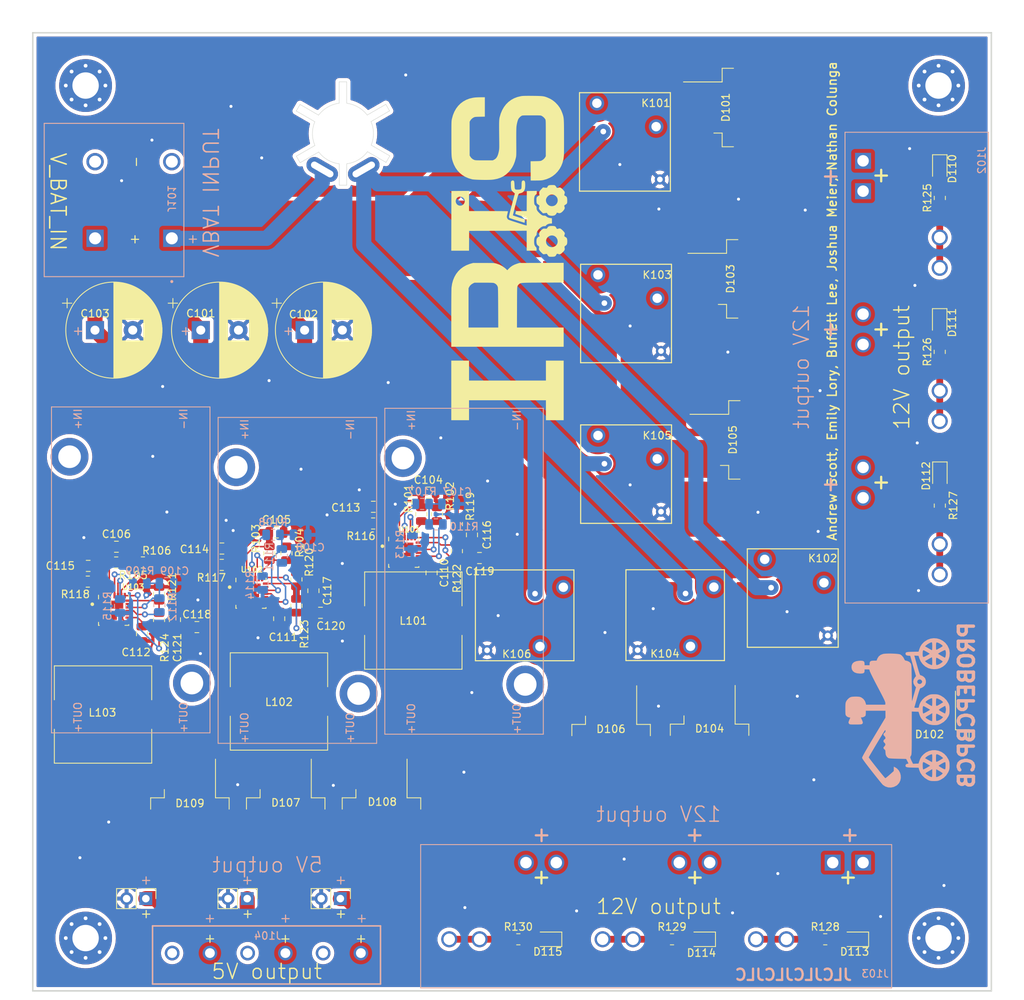
<source format=kicad_pcb>
(kicad_pcb (version 20211014) (generator pcbnew)
  (layers (0 "F.Cu" signal) (31 "B.Cu" signal) (34 "B.Paste" user) (35 "F.Paste" user) (36 "B.SilkS" user "B.Silkscreen") (37 "F.SilkS" user "F.Silkscreen") (38 "B.Mask" user) (39 "F.Mask" user) (44 "Edge.Cuts" user))
  (net 0 "")
  (net 1 "/V_BAT_IN")
  (net 2 "Net-(C107-Pad1)")
  (net 3 "GND")
  (net 4 "Net-(C108-Pad1)")
  (net 5 "Net-(C109-Pad1)")
  (net 6 "Net-(C110-Pad1)")
  (net 7 "Net-(C111-Pad1)")
  (net 8 "Net-(C112-Pad1)")
  (net 9 "Net-(C113-Pad1)")
  (net 10 "Net-(C113-Pad2)")
  (net 11 "Net-(C114-Pad1)")
  (net 12 "Net-(C114-Pad2)")
  (net 13 "/GL")
  (net 14 "Net-(C115-Pad1)")
  (net 15 "Net-(C115-Pad2)")
  (net 16 "Net-(C116-Pad1)")
  (net 17 "Net-(C117-Pad1)")
  (net 18 "Net-(C118-Pad1)")
  (net 19 "Net-(D103-Pad1)")
  (net 20 "Net-(D104-Pad1)")
  (net 21 "Net-(D101-Pad1)")
  (net 22 "Net-(L101-Pad1)")
  (net 23 "Net-(L102-Pad1)")
  (net 24 "Net-(L103-Pad1)")
  (net 25 "Net-(R101-Pad2)")
  (net 26 "Net-(R103-Pad2)")
  (net 27 "Net-(R105-Pad2)")
  (net 28 "Net-(R107-Pad2)")
  (net 29 "Net-(R108-Pad2)")
  (net 30 "Net-(R109-Pad2)")
  (net 31 "Net-(R110-Pad2)")
  (net 32 "/12V_IN_1")
  (net 33 "/12V_GND_1")
  (net 34 "Net-(R111-Pad2)")
  (net 35 "/12V_IN_2")
  (net 36 "Net-(R112-Pad2)")
  (net 37 "/12V_GND_2")
  (net 38 "Net-(R113-Pad2)")
  (net 39 "/12V_IN_3")
  (net 40 "Net-(R114-Pad2)")
  (net 41 "/12V_GND_3")
  (net 42 "Net-(R115-Pad2)")
  (net 43 "/12V_IN_4")
  (net 44 "/5V_OUT_1")
  (net 45 "/5V_GND_1")
  (net 46 "/5V_OUT_2")
  (net 47 "/5V_GND_2")
  (net 48 "/5V_OUT_3")
  (net 49 "/5V_GND_3")
  (net 50 "/12V_GND_4")
  (net 51 "/12V_IN_5")
  (net 52 "/12V_GND_5")
  (net 53 "/12V_IN_6")
  (net 54 "/12V_GND_6")
  (net 55 "Net-(R120-Pad1)")
  (net 56 "Net-(R121-Pad1)")
  (net 57 "/V_BAT_GND")
  (net 58 "/E-stop")
  (net 59 "Net-(D102-Pad1)")
  (net 60 "Net-(D105-Pad1)")
  (net 61 "Net-(D106-Pad1)")
  (net 62 "Net-(D110-Pad2)")
  (net 63 "Net-(D111-Pad2)")
  (net 64 "Net-(D112-Pad2)")
  (net 65 "Net-(D113-Pad2)")
  (net 66 "Net-(D114-Pad2)")
  (net 67 "Net-(D115-Pad2)")
  (net 68 "Net-(R116-Pad1)")
  (net 69 "Net-(R117-Pad1)")
  (net 70 "Net-(R118-Pad1)")
  (net 71 "Net-(R119-Pad1)")
  (footprint "Resistor_SMD:R_0805_2012Metric" (layer "F.Cu") (at 27.295 92.75 180)
    (fp_text reference "R118")
    (fp_text value "3.3")
  )
  (footprint "Connector_PinHeader_2.54mm:PinHeader_1x02_P2.54mm_Vertical" (layer "F.Cu") (at 34.98 134.77 -90)
    (fp_text reference "J110" hide)
    (fp_text value "Screw_Terminal_01x02")
  )
  (footprint "LED_SMD:LED_0805_2012Metric_Pad1.15x1.40mm_HandSolder" (layer "F.Cu") (at 140.15 58.43 -90)
    (fp_text reference "D111")
    (fp_text value "LED")
  )
  (footprint "Resistor_SMD:R_0805_2012Metric" (layer "F.Cu") (at 73.5475 83.8175 90)
    (fp_text reference "R102")
    (fp_text value "309k")
  )
  (footprint "Resistor_SMD:R_0805_2012Metric_Pad1.20x1.40mm_HandSolder" (layer "F.Cu") (at 140.17 82.68 90)
    (fp_text reference "R127")
    (fp_text value "100k")
  )
  (footprint "Package_TO_SOT_SMD:TO-263-2" (layer "F.Cu") (at 114.87 52.625)
    (fp_text reference "D103")
    (fp_text value "DIODE")
  )
  (footprint "Package_TO_SOT_SMD:TO-263-2" (layer "F.Cu") (at 66.2 124.36 -90)
    (fp_text reference "D108")
    (fp_text value "DIODE")
  )
  (footprint "Resistor_SMD:R_0805_2012Metric" (layer "F.Cu") (at 45.04 90.5375 180)
    (fp_text reference "R117")
    (fp_text value "3.3")
  )
  (footprint "power_board_support:E-Stop" (layer "F.Cu") (at 61.1 33.36)
    (fp_text reference "SW101" hide)
    (fp_text value "SW_Push_Open")
    (fp_line (start -5.690326 -3.855) (end -6.190326 -2.988974) (layer "Edge.Cuts") (width 0.06))
    (fp_line (start -0.5 4.01) (end -0.5 4.47) (layer "Edge.Cuts") (width 0.06))
    (fp_line (start -6.179512 3.003974) (end -4.118372 1.813974) (layer "Edge.Cuts") (width 0.06))
    (fp_line (start 6.20114 2.96) (end 4.14 1.77) (layer "Edge.Cuts") (width 0.06))
    (fp_line (start 3.61 -2.68) (end 3.211628 -2.45) (layer "Edge.Cuts") (width 0.06))
    (fp_line (start -0.51 -4.47) (end -0.51 -4.01) (layer "Edge.Cuts") (width 0.06))
    (fp_line (start -6.179512 3.003974) (end -5.679512 3.87) (layer "Edge.Cuts") (width 0.06))
    (fp_line (start 0.49 -6.85) (end 0.49 -4.47) (layer "Edge.Cuts") (width 0.06))
    (fp_line (start 6.17114 -3.003974) (end 4.11 -1.813974) (layer "Edge.Cuts") (width 0.06))
    (fp_line (start 0.5 6.85) (end 0.5 4.47) (layer "Edge.Cuts") (width 0.06))
    (fp_line (start 6.17114 -3.003974) (end 5.67114 -3.87) (layer "Edge.Cuts") (width 0.06))
    (fp_line (start -5.679512 3.87) (end -3.618372 2.68) (layer "Edge.Cuts") (width 0.06))
    (fp_line (start 5.67114 -3.87) (end 3.61 -2.68) (layer "Edge.Cuts") (width 0.06))
    (fp_line (start -4.129186 -1.798974) (end -3.730814 -1.568974) (layer "Edge.Cuts") (width 0.06))
    (fp_line (start 0.5 4.47) (end 0.5 4.01) (layer "Edge.Cuts") (width 0.06))
    (fp_line (start 0.49 -6.85) (end -0.51 -6.85) (layer "Edge.Cuts") (width 0.06))
    (fp_line (start 3.711628 -1.583974) (end 4.11 -1.813974) (layer "Edge.Cuts") (width 0.06))
    (fp_line (start 0.49 -4.01) (end 0.49 -4.47) (layer "Edge.Cuts") (width 0.06))
    (fp_line (start 5.70114 3.826026) (end 3.64 2.636026) (layer "Edge.Cuts") (width 0.06))
    (fp_line (start 3.241628 2.406026) (end 3.64 2.636026) (layer "Edge.Cuts") (width 0.06))
    (fp_line (start 4.14 1.77) (end 3.741628 1.54) (layer "Edge.Cuts") (width 0.06))
    (fp_line (start -3.618372 2.68) (end -3.22 2.45) (layer "Edge.Cuts") (width 0.06))
    (fp_line (start -3.72 1.583974) (end -4.118372 1.813974) (layer "Edge.Cuts") (width 0.06))
    (fp_line (start -0.5 6.85) (end 0.5 6.85) (layer "Edge.Cuts") (width 0.06))
    (fp_line (start -0.5 6.85) (end -0.5 4.47) (layer "Edge.Cuts") (width 0.06))
    (fp_line (start 5.70114 3.826026) (end 6.20114 2.96) (layer "Edge.Cuts") (width 0.06))
    (fp_line (start -3.230814 -2.435) (end -3.629186 -2.665) (layer "Edge.Cuts") (width 0.06))
    (fp_line (start -5.690326 -3.855) (end -3.629186 -2.665) (layer "Edge.Cuts") (width 0.06))
    (fp_line (start -6.190326 -2.988974) (end -4.129186 -1.798974) (layer "Edge.Cuts") (width 0.06))
    (fp_line (start -0.51 -6.85) (end -0.51 -4.47) (layer "Edge.Cuts") (width 0.06))
    (fp_arc (start 0.49 -4.01) (mid 2.006667 -3.503425) (end 3.205756 -2.445557) (layer "Edge.Cuts") (width 0.06))
    (fp_arc (start 3.241628 2.406026) (mid 2.034406 3.486803) (end 0.499495 4.005948) (layer "Edge.Cuts") (width 0.06))
    (fp_arc (start 3.711628 -1.583974) (mid 4.035529 -0.026043) (end 3.731762 1.535939) (layer "Edge.Cuts") (width 0.06))
    (fp_arc (start -3.719999 1.583974) (mid -4.04337 0.00901) (end -3.727022 -1.567379) (layer "Edge.Cuts") (width 0.06))
    (fp_arc (start -3.230814 -2.435) (mid -2.030101 -3.499048) (end -0.510424 -4.013334) (layer "Edge.Cuts") (width 0.06))
    (fp_arc (start -0.5 4.009999) (mid -2.015575 3.502291) (end -3.215984 2.446945) (layer "Edge.Cuts") (width 0.06))
  )
  (footprint "Capacitor_SMD:C_0805_2012Metric" (layer "F.Cu") (at 57.18 93.96 90)
    (fp_text reference "C117")
    (fp_text value "100nF")
  )
  (footprint "power_board_support:A10 Relay" (layer "F.Cu") (at 110.235 101.33 180)
    (fp_text reference "K104")
    (fp_text value "Relay")
  )
  (footprint "Capacitor_SMD:C_0805_2012Metric" (layer "F.Cu") (at 79.1825 89.6275)
    (fp_text reference "C119")
    (fp_text value "47uF")
  )
  (footprint "Package_TO_SOT_SMD:TO-263-2" (layer "F.Cu") (at 96.62 114.63 -90)
    (fp_text reference "D106")
    (fp_text value "DIODE")
  )
  (footprint "Resistor_SMD:R_0805_2012Metric" (layer "F.Cu") (at 65.0975 85.0475 180)
    (fp_text reference "R116")
    (fp_text value "3.3")
  )
  (footprint "Capacitor_SMD:C_0805_2012Metric" (layer "F.Cu") (at 34.475 99.67 -90)
    (fp_text reference "C112")
    (fp_text value "4.7uF")
  )
  (footprint "Capacitor_SMD:C_0805_2012Metric" (layer "F.Cu") (at 45.06 88.3675 180)
    (fp_text reference "C114")
    (fp_text value "100nF")
  )
  (footprint "LED_SMD:LED_0805_2012Metric_Pad1.15x1.40mm_HandSolder" (layer "F.Cu") (at 88.2275 140.16 180)
    (fp_text reference "D115")
    (fp_text value "LED")
  )
  (footprint "Resistor_SMD:R_0805_2012Metric_Pad1.20x1.40mm_HandSolder" (layer "F.Cu") (at 104.69 140.16)
    (fp_text reference "R129")
    (fp_text value "100k")
  )
  (footprint "Capacitor_THT:CP_Radial_D12.5mm_P5.00mm" (layer "F.Cu") (at 56.016041 59.42)
    (fp_text reference "C102")
    (fp_text value "330uF")
  )
  (footprint "Capacitor_SMD:C_0805_2012Metric" (layer "F.Cu") (at 58.12 96.88625)
    (fp_text reference "C120")
    (fp_text value "47uF")
  )
  (footprint "SIC_431_supporting:REGULATOR_SIC431AED-T1-GE3" (layer "F.Cu") (at 30.715 96.55)
    (fp_text reference "U103")
    (fp_text value "SIC431AED-T1-GE3")
  )
  (footprint "Package_TO_SOT_SMD:TO-263-2" (layer "F.Cu") (at 53.51 124.36 -90)
    (fp_text reference "D107")
    (fp_text value "DIODE")
  )
  (footprint "MountingHole:MountingHole_3.5mm_Pad_Via" (layer "F.Cu") (at 27 27 90)
    (fp_text reference "REF**" hide)
    (fp_text value "MountingHole_3.5mm_Pad_Via")
  )
  (footprint "LED_SMD:LED_0805_2012Metric_Pad1.15x1.40mm_HandSolder" (layer "F.Cu") (at 140.17 38.03 -90)
    (fp_text reference "D110")
    (fp_text value "LED")
  )
  (footprint "Resistor_SMD:R_0805_2012Metric_Pad1.20x1.40mm_HandSolder" (layer "F.Cu") (at 140.16 62.3 90)
    (fp_text reference "R126")
    (fp_text value "100k")
  )
  (footprint "power_board_support:A10 Relay" (layer "F.Cu") (at 90.295 101.35 180)
    (fp_text reference "K106")
    (fp_text value "Relay")
  )
  (footprint "MountingHole:MountingHole_3.5mm_Pad_Via" (layer "F.Cu") (at 27 140)
    (fp_text reference "REF**" hide)
    (fp_text value "MountingHole_3.5mm_Pad_Via")
  )
  (footprint "SIC_431_supporting:REGULATOR_SIC431AED-T1-GE3" (layer "F.Cu") (at 69.15 88.8575)
    (fp_text reference "U101")
    (fp_text value "SIC431AED-T1-GE3")
  )
  (footprint "Resistor_SMD:R_0805_2012Metric" (layer "F.Cu") (at 36.735 97.83 -90)
    (fp_text reference "R124")
    (fp_text value "73.2k")
  )
  (footprint "Capacitor_SMD:C_0805_2012Metric" (layer "F.Cu") (at 41.745 98.78)
    (fp_text reference "C118")
    (fp_text value "100nF")
  )
  (footprint "Resistor_SMD:R_0805_2012Metric" (layer "F.Cu") (at 34.595 90.21)
    (fp_text reference "R106")
    (fp_text value "309k")
  )
  (footprint "MountingHole:MountingHole_3.5mm_Pad_Via" (layer "F.Cu") (at 140 27)
    (fp_text reference "REF**" hide)
    (fp_text value "MountingHole_3.5mm_Pad_Via")
  )
  (footprint "Resistor_SMD:R_0805_2012Metric" (layer "F.Cu") (at 31.055 90.22)
    (fp_text reference "R105")
    (fp_text value "562k")
  )
  (footprint "Capacitor_SMD:C_0805_2012Metric" (layer "F.Cu") (at 31.085 88.13)
    (fp_text reference "C106")
    (fp_text value "100nF")
  )
  (footprint "Capacitor_SMD:C_0805_2012Metric" (layer "F.Cu") (at 65.1175 82.8375 180)
    (fp_text reference "C113")
    (fp_text value "100nF")
  )
  (footprint "Package_TO_SOT_SMD:TO-263-2" (layer "F.Cu") (at 114.285 29.91)
    (fp_text reference "D101")
    (fp_text value "DIODE")
  )
  (footprint "Resistor_SMD:R_0805_2012Metric_Pad1.20x1.40mm_HandSolder" (layer "F.Cu") (at 84.33 140.16)
    (fp_text reference "R130")
    (fp_text value "100k")
  )
  (footprint "LED_SMD:LED_0805_2012Metric_Pad1.15x1.40mm_HandSolder" (layer "F.Cu") (at 108.5875 140.16 180)
    (fp_text reference "D114")
    (fp_text value "LED")
  )
  (footprint "Resistor_SMD:R_0805_2012Metric" (layer "F.Cu") (at 36.735 94.37 90)
    (fp_text reference "R121")
    (fp_text value "10k")
  )
  (footprint "Capacitor_SMD:C_0805_2012Metric" (layer "F.Cu") (at 52.29 86.2275)
    (fp_text reference "C105")
    (fp_text value "100nF")
  )
  (footprint "Capacitor_THT:CP_Radial_D12.5mm_P5.00mm" (layer "F.Cu") (at 28.246041 59.42)
    (fp_text reference "C103")
    (fp_text value "330uF")
  )
  (footprint "Resistor_SMD:R_0805_2012Metric_Pad1.20x1.40mm_HandSolder" (layer "F.Cu") (at 140.17 41.9 90)
    (fp_text reference "R125")
    (fp_text value "100k")
  )
  (footprint "Resistor_SMD:R_0805_2012Metric" (layer "F.Cu") (at 76.1875 88.71 -90)
    (fp_text reference "R122")
    (fp_text value "73.2k")
  )
  (footprint "Capacitor_SMD:C_0805_2012Metric" (layer "F.Cu") (at 78.1875 86.5575 90)
    (fp_text reference "C116")
    (fp_text value "100nF")
  )
  (footprint "LED_SMD:LED_0805_2012Metric_Pad1.15x1.40mm_HandSolder" (layer "F.Cu") (at 128.88 140.16 180)
    (fp_text reference "D113")
    (fp_text value "LED")
  )
  (footprint "Inductor_SMD:L_Vishay_IHLP-5050" (layer "F.Cu") (at 70.42 97.92)
    (fp_text reference "L101")
    (fp_text value "1.5uH")
  )
  (footprint "Package_TO_SOT_SMD:TO-263-2" (layer "F.Cu") (at 109.665 114.59 -90)
    (fp_text reference "D104")
    (fp_text value "DIODE")
  )
  (footprint "power_board_support:A10 Relay" (layer "F.Cu") (at 102.73 52.09 -90)
    (fp_text reference "K103")
    (fp_text value "Relay")
  )
  (footprint "Capacitor_SMD:C_0805_2012Metric" (layer "F.Cu") (at 72.8375 91.5975 -90)
    (fp_text reference "C110")
    (fp_text value "4.7uF")
  )
  (footprint "Inductor_SMD:L_Vishay_IHLP-5050" (layer "F.Cu") (at 52.62 108.64)
    (fp_text reference "L102")
    (fp_text value "1.5uH")
  )
  (footprint "power_board_support:A10 Relay" (layer "F.Cu") (at 102.585 29.345 -90)
    (fp_text reference "K101")
    (fp_text value "Relay")
  )
  (footprint "Connector_PinHeader_2.54mm:PinHeader_1x02_P2.54mm_Vertical" (layer "F.Cu") (at 48.41 134.77 -90)
    (fp_text reference "J109" hide)
    (fp_text value "Screw_Terminal_01x02")
  )
  (footprint "SIC_431_supporting:REGULATOR_SIC431AED-T1-GE3" (layer "F.Cu") (at 48.91 94.2875)
    (fp_text reference "U102")
    (fp_text value "SIC431AED-T1-GE3")
  )
  (footprint "Capacitor_SMD:C_0805_2012Metric" (layer "F.Cu") (at 38.835 97.8 90)
    (fp_text reference "C121")
    (fp_text value "47uF")
  )
  (footprint "Capacitor_SMD:C_0805_2012Metric" (layer "F.Cu") (at 27.345 90.67 180)
    (fp_text reference "C115")
    (fp_text value "100nF")
  )
  (footprint "Package_TO_SOT_SMD:TO-263-2" (layer "F.Cu") (at 40.82 124.36 -90)
    (fp_text reference "D109")
    (fp_text value "DIODE")
  )
  (footprint "Package_TO_SOT_SMD:TO-263-2" (layer "F.Cu") (at 115.15 73.965)
    (fp_text reference "D105")
    (fp_text value "DIODE")
  )
  (footprint "power_board_support:A10 Relay" (layer "F.Cu") (at 102.735 73.38 -90)
    (fp_text reference "K105")
    (fp_text value "Relay")
  )
  (footprint "Resistor_SMD:R_0805_2012Metric" (layer "F.Cu") (at 71.4775 83.8175 -90)
    (fp_text reference "R101")
    (fp_text value "562k")
  )
  (footprint "Capacitor_THT:CP_Radial_D12.5mm_P5.00mm" (layer "F.Cu") (at 42.256041 59.42)
    (fp_text reference "C101")
    (fp_text value "330uF")
  )
  (footprint "power_board_support:A10 Relay" (layer "F.Cu") (at 124.82 89.805 -90)
    (fp_text reference "K102")
    (fp_text value "Relay")
  )
  (footprint "Package_TO_SOT_SMD:TO-263-2" (layer "F.Cu") (at 138.85 115.345 -90)
    (fp_text reference "D102")
    (fp_text value "DIODE")
  )
  (footprint "Resistor_SMD:R_0805_2012Metric" (layer "F.Cu") (at 51.34 88.9975 -90)
    (fp_text reference "R103")
    (fp_text value "562k")
  )
  (footprint "Capacitor_SMD:C_0805_2012Metric" (layer "F.Cu") (at 52.65 97.6675 -90)
    (fp_text reference "C111")
    (fp_text value "4.7uF")
  )
  (footprint "Custom_Silkscreen_and_memes:IRIS_logo" (layer "F.Cu") (at 83.117483 49.019431 90)
    (fp_text reference "G***" hide)
    (fp_text value "LOGO" hide)
  )
  (footprint "Resistor_SMD:R_0805_2012Metric" (layer "F.Cu") (at 54.93 92.46 90)
    (fp_text reference "R120")
    (fp_text value "10k")
  )
  (footprint "Resistor_SMD:R_0805_2012Metric" (layer "F.Cu") (at 53.61 88.9975 90)
    (fp_text reference "R104")
    (fp_text value "309k")
  )
  (footprint "Inductor_SMD:L_Vishay_IHLP-5050" (layer "F.Cu") (at 29.31 110.37)
    (fp_text reference "L103")
    (fp_text value "1.5uH")
  )
  (footprint "MountingHole:MountingHole_3.5mm_Pad_Via" (layer "F.Cu") (at 140 140)
    (fp_text reference "REF**" hide)
    (fp_text value "MountingHole_3.5mm_Pad_Via")
  )
  (footprint "Resistor_SMD:R_0805_2012Metric" (layer "F.Cu") (at 76.1875 85.13 90)
    (fp_text reference "R119")
    (fp_text value "10k")
  )
  (footprint "Capacitor_SMD:C_0805_2012Metric" (layer "F.Cu") (at 72.4175 80.9575)
    (fp_text reference "C104")
    (fp_text value "100nF")
  )
  (footprint "Resistor_SMD:R_0805_2012Metric" (layer "F.Cu") (at 54.93 95.95 -90)
    (fp_text reference "R123")
    (fp_text value "73.2k")
  )
  (footprint "LED_SMD:LED_0805_2012Metric_Pad1.15x1.40mm_HandSolder" (layer "F.Cu") (at 140.18 78.75 -90)
    (fp_text reference "D112")
    (fp_text value "LED")
  )
  (footprint "Connector_PinHeader_2.54mm:PinHeader_1x02_P2.54mm_Vertical" (layer "F.Cu") (at 60.75 134.77 -90)
    (fp_text reference "J108" hide)
    (fp_text value "Screw_Terminal_01x02")
  )
  (footprint "Resistor_SMD:R_0805_2012Metric_Pad1.20x1.40mm_HandSolder" (layer "F.Cu") (at 124.99 140.16)
    (fp_text reference "R128")
    (fp_text value "100k")
  )
  (footprint "power_board_support:691137710006" (layer "B.Cu") (at 50.97 141.99 180)
    (fp_text reference "J104")
    (fp_text value "Screw_Terminal_01x06")
  )
  (footprint "power_board_support:12V terminal block" (layer "B.Cu") (at 130 130 180)
    (fp_text reference "J103")
    (fp_text value "Screw_Terminal_01x06")
  )
  (footprint "power_board_support:TE_1986660-2" (layer "B.Cu") (at 38.42 47.25 90)
    (fp_text reference "J101")
    (fp_text value "Screw_Terminal_01x02")
  )
  (footprint "Resistor_SMD:R_0805_2012Metric" (layer "B.Cu") (at 31.565 95.98 90)
    (fp_text reference "R115")
    (fp_text value "499k")
  )
  (footprint "Capacitor_SMD:C_0805_2012Metric" (layer "B.Cu") (at 75.1575 82.4575)
    (fp_text reference "C107")
    (fp_text value "1uF")
  )
  (footprint "Resistor_SMD:R_0805_2012Metric" (layer "B.Cu") (at 70.3075 87.5175 90)
    (fp_text reference "R113")
    (fp_text value "499k")
  )
  (footprint "Resistor_SMD:R_0805_2012Metric" (layer "B.Cu") (at 34.195 92.97 180)
    (fp_text reference "R109")
    (fp_text value "50k")
  )
  (footprint "Resistor_SMD:R_0805_2012Metric" (layer "B.Cu") (at 50.45 92.9275 90)
    (fp_text reference "R114")
    (fp_text value "499k")
  )
  (footprint "power_board_support:12V terminal block" (layer "B.Cu") (at 130 36.98 -90)
    (fp_text reference "J102")
    (fp_text value "Screw_Terminal_01x06")
  )
  (footprint "Resistor_SMD:R_0805_2012Metric" (layer "B.Cu") (at 73.4175 85.1675)
    (fp_text reference "R110")
    (fp_text value "100k")
  )
  (footprint "power_board_support:LM2596-2" (layer "B.Cu") (at 55.06 92.59 -90)
    (fp_text reference "J107" hide)
    (fp_text value "Conn_02x02_Top_Bottom")
  )
  (footprint "Resistor_SMD:R_0805_2012Metric" (layer "B.Cu") (at 51.8375 86.5475 180)
    (fp_text reference "R108")
    (fp_text value "50k")
  )
  (footprint "power_board_support:LM2596-2" (layer "B.Cu") (at 32.98 91.2 -90)
    (fp_text reference "J105" hide)
    (fp_text value "Conn_02x02_Top_Bottom")
  )
  (footprint "Capacitor_SMD:C_0805_2012Metric" (layer "B.Cu") (at 55.4875 86.5475)
    (fp_text reference "C108")
    (fp_text value "1uF")
  )
  (footprint "Custom_Silkscreen_and_memes:IRIS_OLD_logo" (layer "B.Cu") (at 134.571979 110.254658 -90)
    (fp_text reference "G***")
    (fp_text value "LOGO" hide)
  )
  (footprint "Resistor_SMD:R_0805_2012Metric" (layer "B.Cu") (at 36.775 95.86 -90)
    (fp_text reference "R112")
    (fp_text value "100k")
  )
  (footprint "Resistor_SMD:R_0805_2012Metric" (layer "B.Cu") (at 52.9975 89.3475 -90)
    (fp_text reference "R111")
    (fp_text value "100k")
  )
  (footprint "Resistor_SMD:R_0805_2012Metric" (layer "B.Cu") (at 71.5875 82.4575 180)
    (fp_text reference "R107")
    (fp_text value "50k")
  )
  (footprint "power_board_support:LM2596-2" (layer "B.Cu") (at 77.14 91.38 -90)
    (fp_text reference "J106" hide)
    (fp_text value "Conn_02x02_Top_Bottom")
  )
  (footprint "Capacitor_SMD:C_0805_2012Metric" (layer "B.Cu") (at 37.725 92.97)
    (fp_text reference "C109")
    (fp_text value "1uF")
  )
  (gr_line (start 147 20) (end 147 147) (layer "Edge.Cuts") (width 0.2))
  (gr_line (start 147 147) (end 20 147) (layer "Edge.Cuts") (width 0.2))
  (gr_line (start 20 20) (end 147 20) (layer "Edge.Cuts") (width 0.2))
  (gr_line (start 20 20) (end 20 147) (layer "Edge.Cuts") (width 0.2))
  (gr_text "+" (at 125.72 79.75) (layer "B.SilkS") (effects (font (size 2 2) (thickness 0.3)) (justify mirror)))
  (gr_text "+" (at 48.43 132.27) (layer "B.SilkS") (effects (font (size 1.25 1.25)) (justify mirror)))
  (gr_text "+" (at 53.49 137.33) (layer "B.SilkS") (effects (font (size 1.25 1.25)) (justify mirror)))
  (gr_text "+" (at 125.72 38.91) (layer "B.SilkS") (effects (font (size 2 2) (thickness 0.3)) (justify mirror)))
  (gr_text "VBAT INPUT" (at 43.5 41.21 -90) (layer "B.SilkS") (effects (font (size 2 2) (thickness 0.2)) (justify mirror)))
  (gr_text "12V output" (at 102.93 123.59) (layer "B.SilkS") (effects (font (size 2 2) (thickness 0.18)) (justify mirror)))
  (gr_text "5V output" (at 51.1 130.3) (layer "B.SilkS") (effects (font (size 2 2) (thickness 0.18)) (justify mirror)))
  (gr_text "+" (at 60.81 132.27) (layer "B.SilkS") (effects (font (size 1.25 1.25)) (justify mirror)))
  (gr_text "+" (at 63.58 137.33) (layer "B.SilkS") (effects (font (size 1.25 1.25)) (justify mirror)))
  (gr_text "+" (at 53.88 59.47) (layer "B.SilkS") (effects (font (size 1.25 1.25)) (justify mirror)))
  (gr_text "+" (at 41.21 47.27) (layer "B.SilkS") (effects (font (size 1.25 1.25)) (justify mirror)))
  (gr_text "+" (at 26.01 59.47) (layer "B.SilkS") (effects (font (size 1.25 1.25)) (justify mirror)))
  (gr_text "+" (at 128.1 126.38 90) (layer "B.SilkS") (effects (font (size 2 2) (thickness 0.3)) (justify mirror)))
  (gr_text "JLCJLCJLCJLC" (at 120.78 144.87) (layer "B.SilkS") (effects (font (size 1.5 1.5) (thickness 0.3)) (justify mirror)))
  (gr_text "+" (at 35.02 132.27) (layer "B.SilkS") (effects (font (size 1.25 1.25)) (justify mirror)))
  (gr_text "12V output" (at 121.83 64.25 90) (layer "B.SilkS") (effects (font (size 2 2) (thickness 0.18)) (justify mirror)))
  (gr_text "+" (at 107.55 126.38 90) (layer "B.SilkS") (effects (font (size 2 2) (thickness 0.3)) (justify mirror)))
  (gr_text "+" (at 43.47 137.33) (layer "B.SilkS") (effects (font (size 1.25 1.25)) (justify mirror)))
  (gr_text "+" (at 87.26 126.38 90) (layer "B.SilkS") (effects (font (size 2 2) (thickness 0.3)) (justify mirror)))
  (gr_text "+" (at 125.72 59.2) (layer "B.SilkS") (effects (font (size 2 2) (thickness 0.3)) (justify mirror)))
  (gr_text "PROBEPCBPCB" (at 143.72 109.13 90) (layer "B.SilkS") (effects (font (size 2 2) (thickness 0.45)) (justify mirror)))
  (gr_text "+" (at 40.28 59.47) (layer "B.SilkS") (effects (font (size 1.25 1.25)) (justify mirror)))
  (gr_text "+" (at 87.54 131.99 -90) (layer "F.SilkS") (effects (font (size 2 2) (thickness 0.3))))
  (gr_text "+" (at 132.4 39.08 -180) (layer "F.SilkS") (effects (font (size 2 2) (thickness 0.3))))
  (gr_text "12V output" (at 135.13 64.36 90) (layer "F.SilkS") (effects (font (size 2 2) (thickness 0.18))))
  (gr_text "+" (at 63.49 140.03) (layer "F.SilkS") (effects (font (size 1.25 1.25))))
  (gr_text "12V output" (at 102.91 135.82) (layer "F.SilkS") (effects (font (size 2 2) (thickness 0.18))))
  (gr_text "+" (at 132.4 59.48 -180) (layer "F.SilkS") (effects (font (size 2 2) (thickness 0.3))))
  (gr_text "+" (at 53.47 140.03) (layer "F.SilkS") (effects (font (size 1.25 1.25))))
  (gr_text "+" (at 35.03 136.73) (layer "F.SilkS") (effects (font (size 1.25 1.25))))
  (gr_text "+" (at 43.48 140.01) (layer "F.SilkS") (effects (font (size 1.25 1.25))))
  (gr_text "+" (at 132.4 79.77 -180) (layer "F.SilkS") (effects (font (size 2 2) (thickness 0.3))))
  (gr_text "+" (at 107.87 131.99 -90) (layer "F.SilkS") (effects (font (size 2 2) (thickness 0.3))))
  (gr_text "+" (at 128.16 131.99 -90) (layer "F.SilkS") (effects (font (size 2 2) (thickness 0.3))))
  (gr_text "Andrew Scott, Emily Lory, Buffett Lee, Joshua Meier, Nathan Colunga" (at 125.9 55.57 90) (layer "F.SilkS") (effects (font (size 1.2 1.2) (thickness 0.2))))
  (gr_text "+" (at 60.82 136.73) (layer "F.SilkS") (effects (font (size 1.25 1.25))))
  (gr_text "-" (at 33.64244 37.12 90) (layer "F.SilkS") (effects (font (size 1.25 1.25))))
  (gr_text "+" (at 48.48 136.73) (layer "F.SilkS") (effects (font (size 1.25 1.25))))
  (gr_text "V_BAT_IN" (at 23.35 42.41 270) (layer "F.SilkS") (effects (font (size 2 2) (thickness 0.2))))
  (gr_text "+" (at 33.64244 47.38 -90) (layer "F.SilkS") (effects (font (size 1.25 1.25))))
  (gr_text "5V output" (at 51.01 144.43) (layer "F.SilkS") (effects (font (size 2 2) (thickness 0.18))))
  (segment (start 110.235 91.425) (end 108.615 89.805) (width 5) (layer "F.Cu") (net 1))
  (segment (start 30.14 94.6125) (end 30.14 95.125) (width 0.2) (layer "F.Cu") (net 1))
  (segment (start 38.42 47.25) (end 60.74 47.25) (width 10) (layer "F.Cu") (net 1))
  (segment (start 42.256041 91.766041) (end 44.06 93.57) (width 0.9) (layer "F.Cu") (net 1))
  (segment (start 30.1175 95.125) (end 29.54 95.7025) (width 0.2) (layer "F.Cu") (net 1))
  (segment (start 108.615 89.805) (end 102.015 89.805) (width 5) (layer "F.Cu") (net 1))
  (segment (start 28.246041 47.263959) (end 28.26 47.25) (width 2) (layer "F.Cu") (net 1))
  (segment (start 116.97 89.805) (end 108.615 89.805) (width 5) (layer "F.Cu") (net 1))
  (segment (start 38.42 55.583959) (end 42.256041 59.42) (width 2) (layer "F.Cu") (net 1))
  (segment (start 51.34 86.2275) (end 51.34 88.085) (width 0.9) (layer "F.Cu") (net 1))
  (segment (start 42.256041 78.153959) (end 42.256041 91.766041) (width 0.9) (layer "F.Cu") (net 1))
  (segment (start 42.256041 78.616041) (end 42.256041 78.153959) (width 0.9) (layer "F.Cu") (net 1))
  (segment (start 63.5075 88.1975) (end 60.950489 85.640489) (width 0.9) (layer "F.Cu") (net 1))
  (segment (start 90.295 78.085) (end 89.725 77.515) (width 5) (layer "F.Cu") (net 1))
  (segment (start 21.86 88.59) (end 21.86 94.05) (width 0.9) (layer "F.Cu") (net 1))
  (segment (start 48.335 92.8425) (end 47.735 93.4425) (width 0.2) (layer "F.Cu") (net 1))
  (segment (start 43.846041 47.25) (end 56.016041 59.42) (width 2) (layer "F.Cu") (net 1))
  (segment (start 68.575 84.19) (end 68.575 86.92) (width 0.2) (layer "F.Cu") (net 1))
  (segment (start 67.975 88.020978) (end 67.975 88.1075) (width 0.2) (layer "F.Cu") (net 1))
  (segment (start 60.74 47.25) (end 67.73 47.25) (width 10) (layer "F.Cu") (net 1))
  (segment (start 63.5075 88.1975) (end 67.885 88.1975) (width 0.9) (layer "F.Cu") (net 1))
  (segment (start 47.735 93.4425) (end 47.735 93.5375) (width 0.2) (layer "F.Cu") (net 1))
  (segment (start 21.86 94.05) (end 23.61 95.8) (width 0.9) (layer "F.Cu") (net 1))
  (segment (start 29.54 95.7025) (end 29.54 95.8) (width 0.2) (layer "F.Cu") (net 1))
  (segment (start 30.14 90.2225) (end 30.1425 90.22) (width 0.2) (layer "F.Cu") (net 1))
  (segment (start 60.74 48.53) (end 60.74 47.25) (width 5) (layer "F.Cu") (net 1))
  (segment (start 48.335 89.1225) (end 49.3425 88.115) (width 0.2) (layer "F.Cu") (net 1))
  (segment (start 38.42 47.25) (end 43.846041 47.25) (width 2) (layer "F.Cu") (net 1))
  (segment (start 44.06 93.57) (end 47.7025 93.57) (width 0.9) (layer "F.Cu") (net 1))
  (segment (start 56.016041 59.42) (end 56.016041 70.686041) (width 2) (layer "F.Cu") (net 1))
  (segment (start 69.86 82.905) (end 68.575 84.19) (width 0.2) (layer "F.Cu") (net 1))
  (segment (start 94.735 29.345) (end 85.635 29.345) (width 5) (layer "F.Cu") (net 1))
  (segment (start 49.8675 86.2275) (end 42.256041 78.616041) (width 0.9) (layer "F.Cu") (net 1))
  (segment (start 89.725 77.515) (end 60.74 48.53) (width 5) (layer "F.Cu") (net 1))
  (segment (start 30.17 61.343959) (end 30.17 80.28) (width 2) (layer "F.Cu") (net 1))
  (segment (start 30.14 94.6125) (end 30.14 90.2225) (width 0.2) (layer "F.Cu") (net 1))
  (segment (start 85.635 29.345) (end 67.73 47.25) (width 5) (layer "F.Cu") (net 1))
  (segment (start 48.335 92.35) (end 48.335 89.1225) (width 0.2) (layer "F.Cu") (net 1))
  (segment (start 47.7025 93.57) (end 47.735 93.5375) (width 0.9) (layer "F.Cu") (net 1))
  (segment (start 28.246041 59.42) (end 30.17 61.343959) (width 2) (layer "F.Cu") (net 1))
  (segment (start 49.3425 88.115) (end 51.31 88.115) (width 0.2) (layer "F.Cu") (net 1))
  (segment (start 30.14 95.125) (end 30.1175 95.125) (width 0.2) (layer "F.Cu") (net 1))
  (segment (start 71.4675 80.9575) (end 71.4675 82.895) (width 0.9) (layer "F.Cu") (net 1))
  (segment (start 30.135 88.13) (end 30.135 79.725) (width 0.9) (layer "F.Cu") (net 1))
  (segment (start 110.235 93.48) (end 110.235 91.425) (width 5) (layer "F.Cu") (net 1))
  (segment (start 48.335 92.35) (end 48.335 92.8425) (width 0.2) (layer "F.Cu") (net 1))
  (segment (start 90.04 47.25) (end 79.2 47.25) (width 5) (layer "F.Cu") (net 1))
  (segment (start 66.2875 80.9575) (end 60.75 75.42) (width 0.9) (layer "F.Cu") (net 1))
  (segment (start 56.016041 70.686041) (end 60.75 75.42) (width 2) (layer "F.Cu") (net 1))
  (segment (start 30.135 79.725) (end 30.135 80.315) (width 0.9) (layer "F.Cu") (net 1))
  (segment (start 67.885 88.1975) (end 67.975 88.1075) (width 0.9) (layer "F.Cu") (net 1))
  (segment (start 94.885 61.985) (end 80.15 47.25) (width 5) (layer "F.Cu") (net 1))
  (segment (start 51.31 88.115) (end 51.34 88.085) (width 0.2) (layer "F.Cu") (net 1))
  (segment (start 60.950489 75.620489) (end 60.75 75.42) (width 0.9) (layer "F.Cu") (net 1))
  (segment (start 38.42 47.25) (end 38.42 55.583959) (width 2) (layer "F.Cu") (net 1))
  (segment (start 60.950489 85.640489) (end 60.950489 75.620489) (width 0.9) (layer "F.Cu") (net 1))
  (segment (start 28.26 47.25) (end 38.42 47.25) (width 10) (layer "F.Cu") (net 1))
  (segment (start 90.295 93.5) (end 90.295 78.085) (width 5) (layer "F.Cu") (net 1))
  (segment (start 68.575 86.92) (end 68.575 87.420978) (width 0.2) (layer "F.Cu") (net 1))
  (segment (start 71.4775 82.905) (end 69.86 82.905) (width 0.2) (layer "F.Cu") (net 1))
  (segment (start 23.61 95.8) (end 29.54 95.8) (width 0.9) (layer "F.Cu") (net 1))
  (segment (start 30.17 80.28) (end 30.135 80.315) (width 2) (layer "F.Cu") (net 1))
  (segment (start 30.135 80.315) (end 21.86 88.59) (width 0.9) (layer "F.Cu") (net 1))
  (segment (start 94.88 52.09) (end 90.04 47.25) (width 5) (layer "F.Cu") (net 1))
  (segment (start 30.135 88.13) (end 30.135 90.2125) (width 0.9) (layer "F.Cu") (net 1))
  (segment (start 71.4675 80.9575) (end 66.2875 80.9575) (width 0.9) (layer "F.Cu") (net 1))
  (segment (start 51.34 86.2275) (end 49.8675 86.2275) (width 0.9) (layer "F.Cu") (net 1))
  (segment (start 72.12 47.25) (end 79.2 47.25) (width 10) (layer "F.Cu") (net 1))
  (segment (start 94.885 73.38) (end 94.885 61.985) (width 5) (layer "F.Cu") (net 1))
  (segment (start 42.256041 59.42) (end 42.256041 78.153959) (width 2) (layer "F.Cu") (net 1))
  (segment (start 71.4675 82.895) (end 71.4775 82.905) (width 0.9) (layer "F.Cu") (net 1))
  (segment (start 28.246041 59.42) (end 28.246041 47.263959) (width 2) (layer "F.Cu") (net 1))
  (segment (start 102.015 89.805) (end 89.725 77.515) (width 5) (layer "F.Cu") (net 1))
  (segment (start 67.73 47.25) (end 72.12 47.25) (width 10) (layer "F.Cu") (net 1))
  (segment (start 68.575 87.420978) (end 67.975 88.020978) (width 0.2) (layer "F.Cu") (net 1))
  (segment (start 30.135 90.2125) (end 30.1425 90.22) (width 0.9) (layer "F.Cu") (net 1))
  (segment (start 80.15 47.25) (end 72.12 47.25) (width 5) (layer "F.Cu") (net 1))
  (segment (start 58.35 39.88) (end 50.98 47.25) (width 2) (layer "B.Cu") (net 1))
  (segment (start 58.35 38.123) (end 58.35 39.88) (width 2) (layer "B.Cu") (net 1))
  (segment (start 50.98 47.25) (end 38.42 47.25) (width 2) (layer "B.Cu") (net 1))
  (segment (start 71.0875 88.4825) (end 73.1025 88.4825) (width 0.2) (layer "F.Cu") (net 2))
  (segment (start 73.1025 88.4825) (end 73.1075 88.4875) (width 0.2) (layer "F.Cu") (net 2))
  (via (at 73.1075 88.4875) (size 0.8) (drill 0.4) (layers "F.Cu" "B.Cu") (net 2))
  (segment (start 72.5 82.4575) (end 74.2075 82.4575) (width 0.2) (layer "B.Cu") (net 2))
  (segment (start 72.505 82.4625) (end 72.5 82.4575) (width 0.2) (layer "B.Cu") (net 2))
  (segment (start 73.1075 85.77) (end 72.505 85.1675) (width 0.2) (layer "B.Cu") (net 2))
  (segment (start 72.505 85.1675) (end 72.505 82.4625) (width 0.2) (layer "B.Cu") (net 2))
  (segment (start 73.1075 88.4875) (end 73.1075 85.77) (width 0.2) (layer "B.Cu") (net 2))
  (via (at 41.88 95.18) (size 0.8) (drill 0.4) (layers "F.Cu" "B.Cu") (net 3))
  (via (at 112.71 136.66) (size 0.8) (drill 0.4) (layers "F.Cu" "B.Cu") (net 3))
  (via (at 61.01 90.35) (size 0.8) (drill 0.4) (layers "F.Cu" "B.Cu") (net 3))
  (via (at 124.3 67.44) (size 0.8) (drill 0.4) (layers "F.Cu" "B.Cu") (net 3))
  (via (at 74.06 73.7) (size 0.8) (drill 0.4) (layers "F.Cu" "B.Cu") (net 3))
  (via (at 45.62 84.63) (size 0.8) (drill 0.4) (layers "F.Cu" "B.Cu") (net 3))
  (via (at 132.32 137.14) (size 0.8) (drill 0.4) (layers "F.Cu" "B.Cu") (net 3))
  (via (at 116.08 83.56) (size 0.8) (drill 0.4) (layers "F.Cu" "B.Cu") (net 3))
  (via (at 137.35 93.94) (size 0.8) (drill 0.4) (layers "F.Cu" "B.Cu") (net 3))
  (via (at 118.71 131.45) (size 0.8) (drill 0.4) (layers "F.Cu" "B.Cu") (net 3))
  (via (at 80.2575 79.4175) (size 0.8) (drill 0.4) (layers "F.Cu" "B.Cu") (net 3))
  (via (at 37.77 83.53) (size 0.8) (drill 0.4) (layers "F.Cu" "B.Cu") (net 3))
  (via (at 68.0275 82.4875) (size 0.8) (drill 0.4) (layers "F.Cu" "B.Cu") (net 3))
  (via (at 50.33 36.59) (size 0.8) (drill 0.4) (layers "F.Cu" "B.Cu") (net 3))
  (via (at 119.93 96.74) (size 0.8) (drill 0.4) (layers "F.Cu" "B.Cu") (net 3))
  (via (at 112.09 62.33) (size 0.8) (drill 0.4) (layers "F.Cu" "B.Cu") (net 3))
  (via (at 124.05 86.1) (size 0.8) (drill 0.4) (layers "F.Cu" "B.Cu") (net 3))
  (via (at 122.34 43.51) (size 0.8) (drill 0.4) (layers "F.Cu" "B.Cu") (net 3))
  (via (at 35.79 34.23) (size 0.8) (drill 0.4) (layers "F.Cu" "B.Cu") (net 3))
  (via (at 26.25 129.35) (size 0.8) (drill 0.4) (layers "F.Cu" "B.Cu") (net 3))
  (via (at 31.77 39.61) (size 0.8) (drill 0.4) (layers "F.Cu" "B.Cu") (net 3))
  (via (at 99.14 79.93) (size 0.8) (drill 0.4) (layers "F.Cu" "B.Cu") (net 3))
  (via (at 30.06 124.62) (size 0.8) (drill 0.4) (layers "F.Cu" "B.Cu") (net 3))
  (via (at 140.72 133.03) (size 0.8) (drill 0.4) (layers "F.Cu" "B.Cu") (net 3))
  (via (at 95.81 99.5) (size 0.8) (drill 0.4) (layers "F.Cu" "B.Cu") (net 3))
  (via (at 26.77 86.92) (size 0.8) (drill 0.4) (layers "F.Cu" "B.Cu") (net 3))
  (via (at 137.18 74.37) (size 0.8) (drill 0.4) (layers "F.Cu" "B.Cu") (net 3))
  (via (at 42.21 102.29) (size 0.8) (drill 0.4) (layers "F.Cu" "B.Cu") (net 3))
  (via (at 123.48 119.02) (size 0.8) (drill 0.4) (layers "F.Cu" "B.Cu") (net 3))
  (via (at 102.95 43.37) (size 0.8) (drill 0.4) (layers "F.Cu" "B.Cu") (net 3))
  (via (at 49.84 100.2) (size 0.8) (drill 0.4) (layers "F.Cu" "B.Cu") (net 3))
  (via (at 121.29 107.94) (size 0.8) (drill 0.4) (layers "F.Cu" "B.Cu") (net 3))
  (via (at 78.17 107.46) (size 0.8) (drill 0.4) (layers "F.Cu" "B.Cu") (net 3))
  (via (at 98.35 129.53) (size 0.8) (drill 0.4) (layers "F.Cu" "B.Cu") (net 3))
  (via (at 55.54 77.85) (size 0.8) (drill 0.4) (layers "F.Cu" "B.Cu") (net 3))
  (via (at 97.78 37.47) (size 0.8) (drill 0.4) (layers "F.Cu" "B.Cu") (net 3))
  (via (at 99.14 58.87) (size 0.8) (drill 0.4) (layers "F.Cu" "B.Cu") (net 3))
  (via (at 61.02 100.63) (size 0.8) (drill 0.4) (layers "F.Cu" "B.Cu") (net 3))
  (via (at 69.41 25.6) (size 0.8) (drill 0.4) (layers "F.Cu" "B.Cu") (net 3))
  (via (at 59.82 119.76) (size 0.8) (drill 0.4) (layers "F.Cu" "B.Cu") (net 3))
  (via (at 136.17 35.36) (size 0.8) (drill 0.4) (layers "F.Cu" "B.Cu") (net 3))
  (via (at 35.9 76.15) (size 0.8) (drill 0.4) (layers "F.Cu" "B.Cu") (net 3))
  (via (at 35.05 94.54) (size 0.8) (drill 0.4) (layers "F.Cu" "B.Cu") (net 3))
  (via (at 67.09 66.37) (size 0.8) (drill 0.4) (layers "F.Cu" "B.Cu") (net 3))
  (via (at 46.26 29.76) (size 0.8) (drill 0.4) (layers "F.Cu" "B.Cu") (net 3))
  (via (at 46.55 85.98) (size 0.8) (drill 0.4) (layers "F.Cu" "B.Cu") (net 3))
  (via (at 63.26 80.59) (size 0.8) (drill 0.4) (layers "F.Cu" "B.Cu") (net 3))
  (via (at 84.19 86.48) (size 0.8) (drill 0.4) (layers "F.Cu" "B.Cu") (net 3))
  (via (at 37.21 66.89) (size 0.8) (drill 0.4) (layers "F.Cu" "B.Cu") (net 3))
  (via (at 113.5 42.06) (size 0.8) (drill 0.4) (layers "F.Cu" "B.Cu") (net 3))
  (via (at 77.25 135.96) (size 0.8) (drill 0.4) (layers "F.Cu" "B.Cu") (net 3))
  (via (at 51.31 66.11) (size 0.8) (drill 0.4) (layers "F.Cu" "B.Cu") (net 3))
  (via (at 58.99 83.91) (size 0.8) (drill 0.4) (layers "F.Cu" "B.Cu") (net 3))
  (via (at 102.9 109.26) (size 0.8) (drill 0.4) (layers "F.Cu" "B.Cu") (net 3))
  (via (at 47.15 119.67) (size 0.8) (drill 0.4) (layers "F.Cu" "B.Cu") (net 3))
  (via (at 102.2 96.34) (size 0.8) (drill 0.4) (layers "F.Cu" "B.Cu") (net 3))
  (via (at 81.6575 97.2575) (size 0.8) (drill 0.4) (layers "F.Cu" "B.Cu") (net 3))
  (via (at 136.87 53.49) (size 0.8) (drill 0.4) (layers "F.Cu" "B.Cu") (net 3))
  (via (at 77.12 118.01) (size 0.8) (drill 0.4) (layers "F.Cu" "B.Cu") (net 3))
  (via (at 92.05 136.4) (size 0.8) (drill 0.4) (layers "F.Cu" "B.Cu") (net 3))
  (segment (start 52.49 93.9075) (end 52.485 93.9125) (width 0.2) (layer "F.Cu") (net 4))
  (segment (start 52.485 93.9125) (end 50.8475 93.9125) (width 0.2) (layer "F.Cu") (net 4))
  (via (at 52.49 93.9075) (size 0.8) (drill 0.4) (layers "F.Cu" "B.Cu") (net 4))
  (segment (start 51.65 93.0675) (end 52.49 93.9075) (width 0.2) (layer "B.Cu") (net 4))
  (segment (start 52.9975 88.435) (end 52.9975 86.795) (width 0.2) (layer "B.Cu") (net 4))
  (segment (start 52.9125 88.435) (end 51.65 89.6975) (width 0.2) (layer "B.Cu") (net 4))
  (segment (start 52.9975 86.795) (end 52.75 86.5475) (width 0.2) (layer "B.Cu") (net 4))
  (segment (start 52.9975 88.435) (end 52.9125 88.435) (width 0.2) (layer "B.Cu") (net 4))
  (segment (start 52.75 86.5475) (end 54.5375 86.5475) (width 0.2) (layer "B.Cu") (net 4))
  (segment (start 51.65 89.6975) (end 51.65 93.0675) (width 0.2) (layer "B.Cu") (net 4))
  (segment (start 32.6525 96.175) (end 34.67 96.175) (width 0.2) (layer "F.Cu") (net 5))
  (segment (start 34.67 96.175) (end 34.825 96.02) (width 0.2) (layer "F.Cu") (net 5))
  (via (at 34.825 96.02) (size 0.8) (drill 0.4) (layers "F.Cu" "B.Cu") (net 5))
  (segment (start 36.775 94.9475) (end 36.775 92.97) (width 0.2) (layer "B.Cu") (net 5))
  (segment (start 35.1075 92.97) (end 36.775 92.97) (width 0.2) (layer "B.Cu") (net 5))
  (segment (start 35.8975 94.9475) (end 34.825 96.02) (width 0.2) (layer "B.Cu") (net 5))
  (segment (start 36.775 94.9475) (end 35.8975 94.9475) (width 0.2) (layer "B.Cu") (net 5))
  (segment (start 71.0875 89.8325) (end 72.0225 89.8325) (width 0.2) (layer "F.Cu") (net 6))
  (segment (start 72.0225 89.8325) (end 72.8375 90.6475) (width 0.2) (layer "F.Cu") (net 6))
  (segment (start 52.65 96.403478) (end 52.65 96.7175) (width 0.2) (layer "F.Cu") (net 7))
  (segment (start 50.8475 95.2625) (end 51.509022 95.2625) (width 0.2) (layer "F.Cu") (net 7))
  (segment (start 51.509022 95.2625) (end 52.65 96.403478) (width 0.2) (layer "F.Cu") (net 7))
  (segment (start 34.475 98.1) (end 34.475 98.72) (width 0.2) (layer "F.Cu") (net 8))
  (segment (start 33.9 97.525) (end 34.475 98.1) (width 0.2) (layer "F.Cu") (net 8))
  (segment (start 32.6525 97.525) (end 33.9 97.525) (width 0.2) (layer "F.Cu") (net 8))
  (segment (start 68.125 86.92) (end 68.125 84.035) (width 0.2) (layer "F.Cu") (net 9))
  (segment (start 66.9275 82.8375) (end 66.0675 82.8375) (width 0.2) (layer "F.Cu") (net 9))
  (segment (start 68.125 84.035) (end 66.9275 82.8375) (width 0.2) (layer "F.Cu") (net 9))
  (segment (start 64.185 85.0475) (end 64.185 82.855) (width 0.2) (layer "F.Cu") (net 10))
  (segment (start 64.185 82.855) (end 64.1675 82.8375) (width 0.2) (layer "F.Cu") (net 10))
  (segment (start 46.01 88.3675) (end 47.885 90.2425) (width 0.2) (layer "F.Cu") (net 11))
  (segment (start 47.885 90.2425) (end 47.885 92.35) (width 0.2) (layer "F.Cu") (net 11))
  (segment (start 44.11 88.3675) (end 44.11 90.52) (width 0.2) (layer "F.Cu") (net 12))
  (segment (start 44.11 90.52) (end 44.1275 90.5375) (width 0.2) (layer "F.Cu") (net 12))
  (segment (start 31.74 98.485) (end 31.74 97.58) (width 0.2) (layer "F.Cu") (net 13))
  (segment (start 70.175 89.8875) (end 70.135 89.8475) (width 0.2) (layer "F.Cu") (net 13))
  (segment (start 32.135 97.975) (end 31.7 97.54) (width 0.2) (layer "F.Cu") (net 13))
  (segment (start 32.6525 97.975) (end 32.135 97.975) (width 0.2) (layer "F.Cu") (net 13))
  (segment (start 70.175 90.7925) (end 70.175 89.8875) (width 0.2) (layer "F.Cu") (net 13))
  (segment (start 31.74 97.58) (end 31.7 97.54) (width 0.2) (layer "F.Cu") (net 13))
  (segment (start 49.935 95.3175) (end 49.935 96.2225) (width 0.2) (layer "F.Cu") (net 13))
  (segment (start 50.8475 95.7125) (end 50.33 95.7125) (width 0.2) (layer "F.Cu") (net 13))
  (segment (start 50.33 95.7125) (end 49.895 95.2775) (width 0.2) (layer "F.Cu") (net 13))
  (segment (start 70.57 90.2825) (end 70.135 89.8475) (width 0.2) (layer "F.Cu") (net 13))
  (segment (start 49.895 95.2775) (end 49.935 95.3175) (width 0.2) (layer "F.Cu") (net 13))
  (segment (start 71.0875 90.2825) (end 70.57 90.2825) (width 0.2) (layer "F.Cu") (net 13))
  (segment (start 29.69 92.065) (end 29.69 94.6125) (width 0.2) (layer "F.Cu") (net 14))
  (segment (start 28.295 90.67) (end 29.69 92.065) (width 0.2) (layer "F.Cu") (net 14))
  (segment (start 26.395 92.7375) (end 26.3825 92.75) (width 0.2) (layer "F.Cu") (net 15))
  (segment (start 26.395 90.67) (end 26.395 92.7375) (width 0.2) (layer "F.Cu") (net 15))
  (segment (start 78.1875 87.5075) (end 78.2325 87.5525) (width 0.9) (layer "F.Cu") (net 16))
  (segment (start 76.1925 89.6175) (end 76.1875 89.6225) (width 0.9) (layer "F.Cu") (net 16))
  (segment (start 63.66 118.585) (end 63.66 114.36) (width 0.9) (layer "F.Cu") (net 16))
  (segment (start 74.6675 88.5975) (end 74.6675 88.8675) (width 0.2) (layer "F.Cu") (net 16))
  (segment (start 78.2325 89.6275) (end 76.135 91.725) (width 0.9) (layer "F.Cu") (net 16))
  (segment (start 76.1925 89.6275) (end 76.1875 89.6225) (width 0.9) (layer "F.Cu") (net 16))
  (segment (start 78.2325 89.6275) (end 76.1925 89.6275) (width 0.9) (layer "F.Cu") (net 16))
  (segment (start 78.2325 87.5525) (end 78.2325 89.6275) (width 0.9) (layer "F.Cu") (net 16))
  (segment (start 78.2375 87.5575) (end 78.1875 87.5075) (width 0.9) (layer "F.Cu") (net 16))
  (segment (start 63.66 114.36) (end 76.135 101.885) (width 0.9) (layer "F.Cu") (net 16))
  (segment (start 74.6675 88.8675) (end 75.4225 89.6225) (width 0.2) (layer "F.Cu") (net 16))
  (segment (start 76.135 101.885) (end 76.135 97.92) (width 0.9) (layer "F.Cu") (net 16))
  (segment (start 74.635 86.92) (end 70.625 86.92) (width 0.2) (layer "F.Cu") (net 16))
  (segment (start 76.135 91.725) (end 76.135 97.92) (width 0.9) (layer "F.Cu") (net 16))
  (segment (start 75.4225 89.6225) (end 76.1875 89.6225) (width 0.2) (layer "F.Cu") (net 16))
  (segment (start 74.6675 86.8875) (end 74.635 86.92) (width 0.2) (layer "F.Cu") (net 16))
  (via (at 74.6675 86.8875) (size 0.8) (drill 0.4) (layers "F.Cu" "B.Cu") (net 16))
  (via (at 74.6675 88.5975) (size 0.8) (drill 0.4) (layers "F.Cu" "B.Cu") (net 16))
  (segment (start 74.6675 88.5975) (end 74.6675 86.8875) (width 0.2) (layer "B.Cu") (net 16))
  (segment (start 50.97 116.005) (end 58.335 108.64) (width 0.9) (layer "F.Cu") (net 17))
  (segment (start 57.17 107.475) (end 58.335 108.64) (width 0.9) (layer "F.Cu") (net 17))
  (segment (start 50.5275 92.2075) (end 50.385 92.35) (width 0.2) (layer "F.Cu") (net 17))
  (segment (start 57.17 96.88625) (end 57.17 107.475) (width 0.9) (layer "F.Cu") (net 17))
  (segment (start 54.93 98.9275) (end 54.93 96.8625) (width 0.2) (layer "F.Cu") (net 17))
  (segment (start 50.97 118.585) (end 50.97 116.005) (width 0.9) (layer "F.Cu") (net 17))
  (segment (start 54.9575 96.89) (end 54.93 96.8625) (width 0.9) (layer "F.Cu") (net 17))
  (segment (start 53.54 92.2075) (end 50.5275 92.2075) (width 0.2) (layer "F.Cu") (net 17))
  (segment (start 57.18 94.91) (end 57.17 94.92) (width 0.9) (layer "F.Cu") (net 17))
  (segment (start 54.95375 96.88625) (end 54.93 96.8625) (width 0.9) (layer "F.Cu") (net 17))
  (segment (start 57.17 96.88625) (end 54.95375 96.88625) (width 0.9) (layer "F.Cu") (net 17))
  (segment (start 57.17 94.92) (end 57.17 96.88625) (width 0.9) (layer "F.Cu") (net 17))
  (segment (start 54.955 96.8875) (end 54.93 96.8625) (width 0.9) (layer "F.Cu") (net 17))
  (via (at 53.54 92.2075) (size 0.8) (drill 0.4) (layers "F.Cu" "B.Cu") (net 17))
  (via (at 54.93 98.9275) (size 0.8) (drill 0.4) (layers "F.Cu" "B.Cu") (net 17))
  (segment (start 54.93 98.9275) (end 54.93 93.5975) (width 0.2) (layer "B.Cu") (net 17))
  (segment (start 54.93 93.5975) (end 53.54 92.2075) (width 0.2) (layer "B.Cu") (net 17))
  (segment (start 38.865 98.78) (end 38.835 98.75) (width 0.9) (layer "F.Cu") (net 18))
  (segment (start 33.8325 94.6125) (end 33.905 94.54) (width 0.2) (layer "F.Cu") (net 18))
  (segment (start 36.735 101.6) (end 36.735 98.7425) (width 0.2) (layer "F.Cu") (net 18))
  (segment (start 38.28 118.585) (end 38.28 113.625) (width 0.9) (layer "F.Cu") (net 18))
  (segment (start 38.81 98.775) (end 38.75 98.835) (width 0.9) (layer "F.Cu") (net 18))
  (segment (start 35.025 107.355) (end 38.81 103.57) (width 0.9) (layer "F.Cu") (net 18))
  (segment (start 38.81 98.775) (end 38.835 98.75) (width 0.9) (layer "F.Cu") (net 18))
  (segment (start 32.19 94.6125) (end 33.8325 94.6125) (width 0.2) (layer "F.Cu") (net 18))
  (segment (start 36.735 98.7425) (end 38.8275 98.7425) (width 0.9) (layer "F.Cu") (net 18))
  (segment (start 35.025 110.37) (end 35.025 107.355) (width 0.9) (layer "F.Cu") (net 18))
  (segment (start 38.8275 98.7425) (end 38.835 98.75) (width 0.9) (layer "F.Cu") (net 18))
  (segment (start 40.795 98.78) (end 38.865 98.78) (width 0.9) (layer "F.Cu") (net 18))
  (segment (start 38.28 113.625) (end 35.025 110.37) (width 0.9) (layer "F.Cu") (net 18))
  (segment (start 38.81 103.57) (end 38.81 98.775) (width 0.9) (layer "F.Cu") (net 18))
  (via (at 36.735 101.6) (size 0.8) (drill 0.4) (layers "F.Cu" "B.Cu") (net 18))
  (via (at 33.905 94.54) (size 0.8) (drill 0.4) (layers "F.Cu" "B.Cu") (net 18))
  (segment (start 33.905 98.77) (end 36.735 101.6) (width 0.2) (layer "B.Cu") (net 18))
  (segment (start 33.905 94.54) (end 33.905 98.77) (width 0.2) (layer "B.Cu") (net 18))
  (segment (start 109.07 55.19) (end 109.095 55.165) (width 5) (layer "F.Cu") (net 19))
  (segment (start 102.73 55.19) (end 109.07 55.19) (width 5) (layer "F.Cu") (net 19))
  (segment (start 107.135 101.33) (end 107.135 108.805) (width 5) (layer "F.Cu") (net 20))
  (segment (start 107.135 108.805) (end 107.125 108.815) (width 5) (layer "F.Cu") (net 20))
  (segment (start 108.505 32.445) (end 108.51 32.45) (width 5) (layer "F.Cu") (net 21))
  (segment (start 102.585 32.445) (end 108.505 32.445) (width 5) (layer "F.Cu") (net 21))
  (segment (start 68.625 91.815) (end 64.705 95.735) (width 0.9) (layer "F.Cu") (net 22))
  (segment (start 69.275 91.165) (end 68.625 91.815) (width 0.9) (layer "F.Cu") (net 22))
  (segment (start 68.625 91.815) (end 68.125 92.315) (width 0.9) (layer "F.Cu") (net 22))
  (segment (start 64.705 95.735) (end 64.705 97.92) (width 0.9) (layer "F.Cu") (net 22))
  (segment (start 69.275 90.9325) (end 69.275 91.165) (width 0.9) (layer "F.Cu") (net 22))
  (segment (start 68.125 90.9325) (end 68.125 92.315) (width 0.9) (layer "F.Cu") (net 22))
  (segment (start 47.885 96.3625) (end 47.885 97.2625) (width 0.9) (layer "F.Cu") (net 23))
  (segment (start 46.905 98.2425) (end 47.885 97.2625) (width 0.9) (layer "F.Cu") (net 23))
  (segment (start 46.905 108.64) (end 46.905 98.2425) (width 0.9) (layer "F.Cu") (net 23))
  (segment (start 48.135 97.2625) (end 47.885 97.2625) (width 0.9) (layer "F.Cu") (net 23))
  (segment (start 49.035 96.3625) (end 48.135 97.2625) (width 0.9) (layer "F.Cu") (net 23))
  (segment (start 29.575 99.745) (end 23.595 105.725) (width 0.9) (layer "F.Cu") (net 24))
  (segment (start 23.595 105.725) (end 23.595 110.37) (width 0.9) (layer "F.Cu") (net 24))
  (segment (start 29.69 98.625) (end 29.69 99.745) (width 0.9) (layer "F.Cu") (net 24))
  (segment (start 30.84 98.625) (end 30.81 98.625) (width 0.9) (layer "F.Cu") (net 24))
  (segment (start 29.69 99.745) (end 29.575 99.745) (width 0.9) (layer "F.Cu") (net 24))
  (segment (start 30.81 98.625) (end 29.69 99.745) (width 0.9) (layer "F.Cu") (net 24))
  (segment (start 73.5475 84.73) (end 71.4775 84.73) (width 0.2) (layer "F.Cu") (net 25))
  (segment (start 71.4775 85.0975) (end 71.4775 84.73) (width 0.2) (layer "F.Cu") (net 25))
  (segment (start 70.175 86.4) (end 71.4775 85.0975) (width 0.2) (layer "F.Cu") (net 25))
  (segment (start 70.175 86.92) (end 70.175 86.4) (width 0.2) (layer "F.Cu") (net 25))
  (segment (start 53.61 89.91) (end 51.34 89.91) (width 0.2) (layer "F.Cu") (net 26))
  (segment (start 49.935 91.8125) (end 49.935 92.35) (width 0.2) (layer "F.Cu") (net 26))
  (segment (start 51.34 89.91) (end 51.34 90.4075) (width 0.2) (layer "F.Cu") (net 26))
  (segment (start 51.34 90.4075) (end 49.935 91.8125) (width 0.2) (layer "F.Cu") (net 26))
  (segment (start 33.6825 90.21) (end 31.9775 90.21) (width 0.2) (layer "F.Cu") (net 27))
  (segment (start 33.6825 90.21) (end 33.6825 91.9525) (width 0.2) (layer "F.Cu") (net 27))
  (segment (start 31.9775 90.21) (end 31.9675 90.22) (width 0.2) (layer "F.Cu") (net 27))
  (segment (start 33.6825 91.9525) (end 31.74 93.895) (width 0.2) (layer "F.Cu") (net 27))
  (segment (start 31.74 94.6125) (end 31.74 93.895) (width 0.2) (layer "F.Cu") (net 27))
  (segment (start 69.2745 86.2695) (end 69.2745 85.3475) (width 0.2) (layer "F.Cu") (net 28))
  (segment (start 69.275 86.92) (end 69.275 86.27) (width 0.2) (layer "F.Cu") (net 28))
  (segment (start 69.275 86.27) (end 69.2745 86.2695) (width 0.2) (layer "F.Cu") (net 28))
  (via (at 69.2745 85.3475) (size 0.8) (drill 0.4) (layers "F.Cu" "B.Cu") (net 28))
  (segment (start 69.2745 85.3475) (end 69.2745 83.858) (width 0.2) (layer "B.Cu") (net 28))
  (segment (start 69.2745 83.858) (end 70.675 82.4575) (width 0.2) (layer "B.Cu") (net 28))
  (segment (start 49.04 90.4775) (end 49.035 90.4825) (width 0.2) (layer "F.Cu") (net 29))
  (segment (start 49.035 90.4825) (end 49.035 92.35) (width 0.2) (layer "F.Cu") (net 29))
  (via (at 49.04 90.4775) (size 0.8) (drill 0.4) (layers "F.Cu" "B.Cu") (net 29))
  (segment (start 49.04 88.2275) (end 49.04 90.4775) (width 0.2) (layer "B.Cu") (net 29))
  (segment (start 50.72 86.5475) (end 49.04 88.2275) (width 0.2) (layer "B.Cu") (net 29))
  (segment (start 50.925 86.5475) (end 50.72 86.5475) (width 0.2) (layer "B.Cu") (net 29))
  (segment (start 30.84 94.6125) (end 30.84 91.805) (width 0.2) (layer "F.Cu") (net 30))
  (segment (start 30.84 91.805) (end 30.845 91.8) (width 0.2) (layer "F.Cu") (net 30))
  (via (at 30.845 91.8) (size 0.8) (drill 0.4) (layers "F.Cu" "B.Cu") (net 30))
  (segment (start 32.1125 91.8) (end 33.2825 92.97) (width 0.2) (layer "B.Cu") (net 30))
  (segment (start 30.845 91.8) (end 32.1125 91.8) (width 0.2) (layer "B.Cu") (net 30))
  (segment (start 73.8075 89.3875) (end 72.5075 89.3875) (width 0.2) (layer "F.Cu") (net 31))
  (segment (start 72.0525 88.9325) (end 71.0875 88.9325) (width 0.2) (layer "F.Cu") (net 31))
  (segment (start 72.5075 89.3875) (end 72.0525 88.9325) (width 0.2) (layer "F.Cu") (net 31))
  (via (at 73.8075 89.3875) (size 0.8) (drill 0.4) (layers "F.Cu" "B.Cu") (net 31))
  (segment (start 73.8075 85.69) (end 74.33 85.1675) (width 0.2) (layer "B.Cu") (net 31))
  (segment (start 73.8075 89.3875) (end 73.8075 85.69) (width 0.2) (layer "B.Cu") (net 31))
  (segment (start 117.66 29.91) (end 122.93 29.91) (width 10) (layer "F.Cu") (net 32))
  (segment (start 122.93 29.91) (end 130 36.98) (width 10) (layer "F.Cu") (net 32))
  (segment (start 130 36.98) (end 130 41) (width 10) (layer "F.Cu") (net 32))
  (segment (start 140.16 51.16) (end 140.16 47.14) (width 0.9) (layer "F.Cu") (net 33))
  (segment (start 140.16 42.91) (end 140.17 42.9) (width 0.9) (layer "F.Cu") (net 33))
  (segment (start 140.16 47.14) (end 140.16 42.91) (width 0.9) (layer "F.Cu") (net 33))
  (segment (start 50.8475 94.3625) (end 51.575 94.3625) (width 0.2) (layer "F.Cu") (net 34))
  (segment (start 52.65 95.4375) (end 53.49 95.4375) (width 0.2) (layer "F.Cu") (net 34))
  (segment (start 51.575 94.3625) (end 52.65 95.4375) (width 0.2) (layer "F.Cu") (net 34))
  (via (at 53.49 95.4375) (size 0.8) (drill 0.4) (layers "F.Cu" "B.Cu") (net 34))
  (segment (start 52.49 90.7675) (end 52.9975 90.26) (width 0.2) (layer "B.Cu") (net 34))
  (segment (start 53.49 93.4075) (end 52.49 92.4075) (width 0.2) (layer "B.Cu") (net 34))
  (segment (start 53.49 95.4375) (end 53.49 93.4075) (width 0.2) (layer "B.Cu") (net 34))
  (segment (start 52.49 92.4075) (end 52.49 90.7675) (width 0.2) (layer "B.Cu") (net 34))
  (segment (start 122.92 57.3) (end 118.245 52.625) (width 10) (layer "F.Cu") (net 35))
  (segment (start 130 61.32) (end 130 57.3) (width 10) (layer "F.Cu") (net 35))
  (segment (start 130 57.3) (end 122.92 57.3) (width 10) (layer "F.Cu") (net 35))
  (segment (start 32.6525 96.625) (end 33.35 96.625) (width 0.2) (layer "F.Cu") (net 36))
  (segment (start 33.825 97.1) (end 34.855 97.1) (width 0.2) (layer "F.Cu") (net 36))
  (segment (start 33.35 96.625) (end 33.825 97.1) (width 0.2) (layer "F.Cu") (net 36))
  (via (at 34.855 97.1) (size 0.8) (drill 0.4) (layers "F.Cu" "B.Cu") (net 36))
  (segment (start 34.855 97.1) (end 36.4475 97.1) (width 0.2) (layer "B.Cu") (net 36))
  (segment (start 36.4475 97.1) (end 36.775 96.7725) (width 0.2) (layer "B.Cu") (net 36))
  (segment (start 140.16 67.46) (end 140.16 63.3) (width 0.9) (layer "F.Cu") (net 37))
  (segment (start 140.16 71.48) (end 140.16 67.46) (width 0.9) (layer "F.Cu") (net 37))
  (segment (start 70.0375 84.1875) (end 70.0275 84.1975) (width 0.2) (layer "F.Cu") (net 38))
  (segment (start 70.0375 84.1875) (end 70.0375 85.972494) (width 0.2) (layer "F.Cu") (net 38))
  (segment (start 69.725 86.284994) (end 69.725 86.92) (width 0.2) (layer "F.Cu") (net 38))
  (segment (start 70.0375 85.972494) (end 69.725 86.284994) (width 0.2) (layer "F.Cu") (net 38))
  (via (at 70.0275 84.1975) (size 0.8) (drill 0.4) (layers "F.Cu" "B.Cu") (net 38))
  (segment (start 70.3075 84.4775) (end 70.3075 86.605) (width 0.2) (layer "B.Cu") (net 38))
  (segment (start 70.0275 84.1975) (end 70.3075 84.4775) (width 0.2) (layer "B.Cu") (net 38))
  (segment (start 130 77.62) (end 122.18 77.62) (width 10) (layer "F.Cu") (net 39))
  (segment (start 130 81.64) (end 130 77.62) (width 10) (layer "F.Cu") (net 39))
  (segment (start 122.18 77.62) (end 118.525 73.965) (width 10) (layer "F.Cu") (net 39))
  (segment (start 49.74 90.8175) (end 49.485 91.0725) (width 0.2) (layer "F.Cu") (net 40))
  (segment (start 49.485 91.0725) (end 49.485 92.35) (width 0.2) (layer "F.Cu") (net 40))
  (segment (start 49.74 89.2775) (end 49.74 90.8175) (width 0.2) (layer "F.Cu") (net 40))
  (via (at 49.74 89.2775) (size 0.8) (drill 0.4) (layers "F.Cu" "B.Cu") (net 40))
  (segment (start 49.74 89.2775) (end 50.45 89.9875) (width 0.2) (layer "B.Cu") (net 40))
  (segment (start 50.45 89.9875) (end 50.45 92.015) (width 0.2) (layer "B.Cu") (net 40))
  (segment (start 140.16 87.78) (end 140.16 83.69) (width 0.9) (layer "F.Cu") (net 41))
  (segment (start 140.16 83.69) (end 140.17 83.68) (width 0.9) (layer "F.Cu") (net 41))
  (segment (start 140.16 91.8) (end 140.16 87.78) (width 0.9) (layer "F.Cu") (net 41))
  (segment (start 31.595 92.62) (end 31.29 92.925) (width 0.2) (layer "F.Cu") (net 42))
  (segment (start 31.29 92.925) (end 31.29 94.6125) (width 0.2) (layer "F.Cu") (net 42))
  (via (at 31.595 92.62) (size 0.8) (drill 0.4) (layers "F.Cu" "B.Cu") (net 42))
  (segment (start 31.565 92.65) (end 31.565 95.0675) (width 0.2) (layer "B.Cu") (net 42))
  (segment (start 31.595 92.62) (end 31.565 92.65) (width 0.2) (layer "B.Cu") (net 42))
  (segment (start 138.85 121.15) (end 130 130) (width 10) (layer "F.Cu") (net 43))
  (segment (start 138.85 118.72) (end 138.85 121.15) (width 10) (layer "F.Cu") (net 43))
  (segment (start 130 130) (end 125.98 130) (width 10) (layer "F.Cu") (net 43))
  (segment (start 60.75 134.77) (end 61.66 134.77) (width 2) (layer "F.Cu") (net 44))
  (segment (start 63.47 141.99) (end 63.52 141.99) (width 5) (layer "F.Cu") (net 44))
  (segment (start 61.66 134.77) (end 66.2 139.31) (width 2) (layer "F.Cu") (net 44))
  (segment (start 66.2 139.31) (end 66.2 127.735) (width 5) (layer "F.Cu") (net 44))
  (segment (start 63.52 141.99) (end 66.2 139.31) (width 5) (layer "F.Cu") (net 44))
  (segment (start 48.41 136.93) (end 53.47 141.99) (width 2) (layer "F.Cu") (net 46))
  (segment (start 48.41 134.77) (end 48.41 136.93) (width 2) (layer "F.Cu") (net 46))
  (segment (start 53.47 127.775) (end 53.51 127.735) (width 5) (layer "F.Cu") (net 46))
  (segment (start 53.47 141.99) (end 53.47 127.775) (width 5) (layer "F.Cu") (net 46))
  (segment (start 34.98 134.77) (end 36.25 134.77) (width 2) (layer "F.Cu") (net 48))
  (segment (start 43.47 141.99) (end 43.47 139.27) (width 5) (layer "F.Cu") (net 48))
  (segment (start 36.25 134.77) (end 43.47 141.99) (width 2) (layer "F.Cu") (net 48))
  (segment (start 40.82 136.62) (end 40.82 127.735) (width 5) (layer "F.Cu") (net 48))
  (segment (start 43.47 139.27) (end 40.82 136.62) (width 5) (layer "F.Cu") (net 48))
  (segment (start 119.84 140.16) (end 123.99 140.16) (width 0.9) (layer "F.Cu") (net 50))
  (segment (start 115.82 140.16) (end 119.84 140.16) (width 0.9) (layer "F.Cu") (net 50))
  (segment (start 109.68 117.98) (end 109.665 117.965) (width 10) (layer "F.Cu") (net 51))
  (segment (start 109.68 130) (end 105.66 130) (width 10) (layer "F.Cu") (net 51))
  (segment (start 109.68 130) (end 109.68 117.98) (width 10) (layer "F.Cu") (net 51))
  (segment (start 95.5 140.16) (end 99.52 140.16) (width 0.9) (layer "F.Cu") (net 52))
  (segment (start 99.52 140.16) (end 103.69 140.16) (width 0.9) (layer "F.Cu") (net 52))
  (segment (start 89.36 125.265) (end 96.62 118.005) (width 10) (layer "F.Cu") (net 53))
  (segment (start 89.36 130) (end 85.34 130) (width 10) (layer "F.Cu") (net 53))
  (segment (start 89.36 130) (end 89.36 125.265) (width 10) (layer "F.Cu") (net 53))
  (segment (start 79.2 140.16) (end 83.33 140.16) (width 0.9) (layer "F.Cu") (net 54))
  (segment (start 75.18 140.16) (end 79.2 140.16) (width 0.9) (layer "F.Cu") (net 54))
  (segment (start 54.93 93.3725) (end 54.93 95.0375) (width 0.9) (layer "F.Cu") (net 55))
  (segment (start 54.57 93.0125) (end 54.93 93.3725) (width 0.2) (layer "F.Cu") (net 55))
  (segment (start 50.8475 93.0125) (end 54.57 93.0125) (width 0.2) (layer "F.Cu") (net 55))
  (segment (start 32.6525 95.275) (end 36.7275 95.275) (width 0.2) (layer "F.Cu") (net 56))
  (segment (start 36.7275 95.275) (end 36.735 95.2825) (width 0.2) (layer "F.Cu") (net 56))
  (segment (start 36.735 96.9175) (end 36.735 95.2825) (width 0.2) (layer "F.Cu") (net 56))
  (segment (start 63.85 48.1) (end 63.85 38.123) (width 2) (layer "B.Cu") (net 58))
  (segment (start 72.81 40.03) (end 65.757 40.03) (width 2) (layer "B.Cu") (net 58))
  (segment (start 88.65 40.03) (end 95.585 33.095) (width 2) (layer "B.Cu") (net 58))
  (segment (start 115.925 93.555) (end 107.85 85.48) (width 2) (layer "B.Cu") (net 58))
  (segment (start 106.485 94.33) (end 106.37 94.33) (width 2) (layer "B.Cu") (net 58))
  (segment (start 79.06 40.03) (end 88.65 40.03) (width 2) (layer "B.Cu") (net 58))
  (segment (start 107.85 85.48) (end 107.85 75.07) (width 2) (layer "B.Cu") (net 58))
  (segment (start 81.02 65.27) (end 63.85 48.1) (width 2) (layer "B.Cu") (net 58))
  (segment (start 92.88 77.13) (end 81.02 65.27) (width 2) (layer "B.Cu") (net 58))
  (segment (start 106.37 94.33) (end 106.37 92.73) (width 2) (layer "B.Cu") (net 58))
  (segment (start 107.85 75.07) (end 72.81 40.03) (width 2) (layer "B.Cu") (net 58))
  (segment (start 86.545 72.905) (end 86.545 70.795) (width 2) (layer "B.Cu") (net 58))
  (segment (start 86.545 85.885) (end 86.545 94.35) (width 2) (layer "B.Cu") (net 58))
  (segment (start 95.735 77.13) (end 92.88 77.13) (width 2) (layer "B.Cu") (net 58))
  (segment (start 95.73 55.84) (end 94.87 55.84) (width 2) (layer "B.Cu") (net 58))
  (segment (start 117.82 93.555) (end 115.925 93.555) (width 2) (layer "B.Cu") (net 58))
  (segment (start 94.87 55.84) (end 79.06 40.03) (width 2) (layer "B.Cu") (net 58))
  (segment (start 63.85 38.123) (end 65.757 40.03) (width 2) (layer "B.Cu") (net 58))
  (segment (start 86.545 70.795) (end 81.02 65.27) (width 2) (layer "B.Cu") (net 58))
  (segment (start 106.37 92.73) (end 86.545 72.905) (width 2) (layer "B.Cu") (net 58))
  (segment (start 86.545 85.885) (end 86.545 72.905) (width 2) (layer "B.Cu") (net 58))
  (segment (start 65.757 40.03) (end 79.06 40.03) (width 2) (layer "B.Cu") (net 58))
  (segment (start 136.3 104.385) (end 124.82 92.905) (width 5) (layer "F.Cu") (net 59))
  (segment (start 136.31 109.57) (end 136.3 109.56) (width 5) (layer "F.Cu") (net 59))
  (segment (start 136.3 109.56) (end 136.3 104.385) (width 5) (layer "F.Cu") (net 59))
  (segment (start 102.735 76.48) (end 109.35 76.48) (width 5) (layer "F.Cu") (net 60))
  (segment (start 109.35 76.48) (end 109.375 76.505) (width 5) (layer "F.Cu") (net 60))
  (segment (start 94.08 105.77) (end 94.08 108.855) (width 5) (layer "F.Cu") (net 61))
  (segment (start 89.66 101.35) (end 94.08 105.77) (width 5) (layer "F.Cu") (net 61))
  (segment (start 87.195 101.35) (end 89.66 101.35) (width 5) (layer "F.Cu") (net 61))
  (segment (start 140.17 40.9) (end 140.17 39.055) (width 0.9) (layer "F.Cu") (net 62))
  (segment (start 140.16 61.3) (end 140.16 59.465) (width 0.9) (layer "F.Cu") (net 63))
  (segment (start 140.16 59.465) (end 140.15 59.455) (width 0.9) (layer "F.Cu") (net 63))
  (segment (start 140.17 79.785) (end 140.18 79.775) (width 0.9) (layer "F.Cu") (net 64))
  (segment (start 140.17 81.68) (end 140.17 79.785) (width 0.9) (layer "F.Cu") (net 64))
  (segment (start 127.855 140.16) (end 125.99 140.16) (width 0.9) (layer "F.Cu") (net 65))
  (segment (start 105.69 140.16) (end 107.5625 140.16) (width 0.9) (layer "F.Cu") (net 66))
  (segment (start 87.2025 140.16) (end 85.33 140.16) (width 0.9) (layer "F.Cu") (net 67))
  (segment (start 67.675 85.665) (end 67.0575 85.0475) (width 0.2) (layer "F.Cu") (net 68))
  (segment (start 67.0575 85.0475) (end 66.01 85.0475) (width 0.2) (layer "F.Cu") (net 68))
  (segment (start 67.675 86.92) (end 67.675 85.665) (width 0.2) (layer "F.Cu") (net 68))
  (segment (start 47.435 92.35) (end 47.435 92.02) (width 0.2) (layer "F.Cu") (net 69))
  (segment (start 47.435 92.02) (end 45.9525 90.5375) (width 0.2) (layer "F.Cu") (net 69))
  (segment (start 29.24 93.7825) (end 29.24 94.6125) (width 0.2) (layer "F.Cu") (net 70))
  (segment (start 28.2075 92.75) (end 29.24 93.7825) (width 0.2) (layer "F.Cu") (net 70))
  (segment (start 76.1875 87.7975) (end 76.1875 86.0425) (width 0.9) (layer "F.Cu") (net 71))
  (segment (start 71.0875 87.5825) (end 73.7625 87.5825) (width 0.2) (layer "F.Cu") (net 71))
  (segment (start 75.9575 86.2725) (end 76.1875 86.0425) (width 0.2) (layer "F.Cu") (net 71))
  (segment (start 76.0875 87.8975) (end 76.1875 87.7975) (width 0.2) (layer "F.Cu") (net 71))
  (segment (start 74.0775 87.8975) (end 76.0875 87.8975) (width 0.2) (layer "F.Cu") (net 71))
  (segment (start 73.7625 87.5825) (end 74.0775 87.8975) (width 0.2) (layer "F.Cu") (net 71))
  (zone (net 3) (net_name "GND") (layers F&B.Cu) (connect_pads (clearance 0.508)) (min_thickness 0.254) (fill yes (thermal_gap 0.508) (thermal_bridge_width 0.508))
    (polygon (pts (xy 147.11 19.88) (xy 147.14 20.33) (xy 147.14 20.32) (xy 147.69 147.37) (xy 19.6 147.28) (xy 19.89 19.78)))
  )
)
</source>
